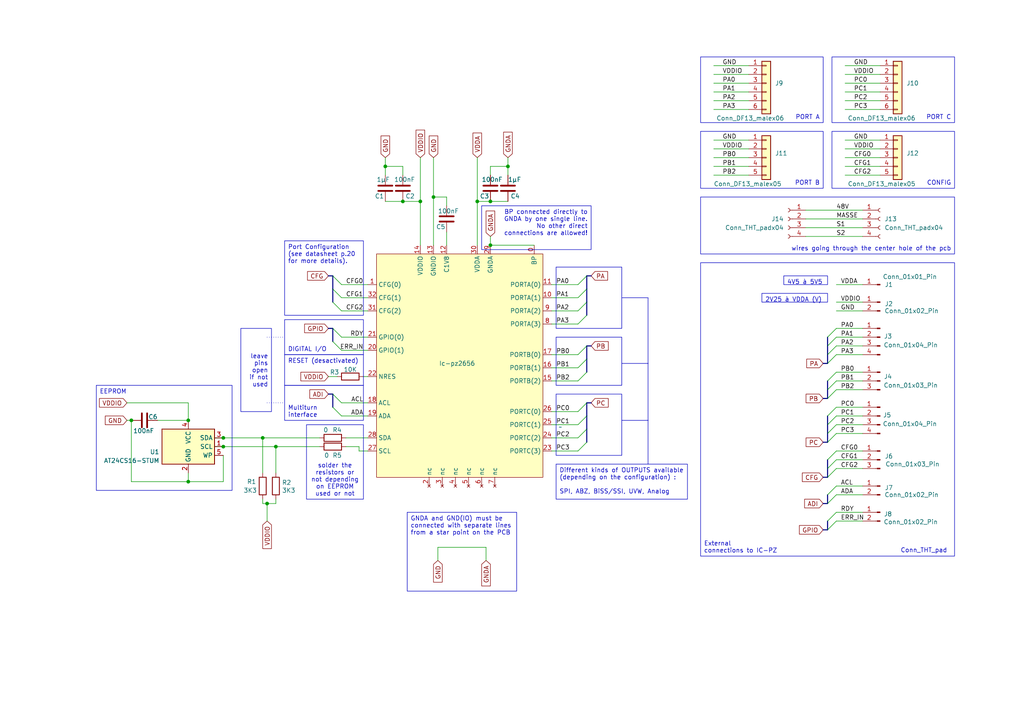
<source format=kicad_sch>
(kicad_sch (version 20231120) (generator "eeschema") (generator_version "8.0")
  (paper "A4")
  (title_block (title "Optical encoder test"))
  (lib_symbols
    (symbol "Connector:Conn_01x01_Pin" (pin_names (offset 1.016) hide)
      (property "Reference" "J" (at 0 2.54 0))
      (property "Value" "Conn_01x01_Pin" (at 0 -2.54 0))
      (symbol "Conn_01x01_Pin_1_1"
        (polyline (pts (xy 1.27 0) (xy 0.8636 0)) (stroke (width 0.1524)))
        (rectangle (start 0.8636 0.127) (end 0 -0.127) (stroke (width 0.1524)) (fill (type outline)))
        (pin passive line (at 5.08 0 180) (length 3.81) (name "Pin_1") (number "1"))
      )
    )
    (symbol "Connector:Conn_01x02_Pin" (pin_names (offset 1.016) hide)
      (property "Reference" "J" (at 0 2.54 0))
      (property "Value" "Conn_01x02_Pin" (at 0 -5.08 0))
      (symbol "Conn_01x02_Pin_1_1"
        (polyline (pts (xy 1.27 -2.54) (xy 0.8636 -2.54)) (stroke (width 0.1524)))
        (polyline (pts (xy 1.27 0) (xy 0.8636 0)) (stroke (width 0.1524)))
        (rectangle (start 0.8636 -2.413) (end 0 -2.667) (stroke (width 0.1524)) (fill (type outline)))
        (rectangle (start 0.8636 0.127) (end 0 -0.127) (stroke (width 0.1524)) (fill (type outline)))
        (pin passive line (at 5.08 0 180) (length 3.81) (name "Pin_1") (number "1"))
        (pin passive line (at 5.08 -2.54 180) (length 3.81) (name "Pin_2") (number "2"))
      )
    )
    (symbol "Connector:Conn_01x03_Pin" (pin_names (offset 1.016) hide)
      (property "Reference" "J" (at 0 5.08 0))
      (property "Value" "Conn_01x03_Pin" (at 0 -5.08 0))
      (symbol "Conn_01x03_Pin_1_1"
        (polyline (pts (xy 1.27 -2.54) (xy 0.8636 -2.54)) (stroke (width 0.1524)))
        (polyline (pts (xy 1.27 0) (xy 0.8636 0)) (stroke (width 0.1524)))
        (polyline (pts (xy 1.27 2.54) (xy 0.8636 2.54)) (stroke (width 0.1524)))
        (rectangle (start 0.8636 -2.413) (end 0 -2.667) (stroke (width 0.1524)) (fill (type outline)))
        (rectangle (start 0.8636 0.127) (end 0 -0.127) (stroke (width 0.1524)) (fill (type outline)))
        (rectangle (start 0.8636 2.667) (end 0 2.413) (stroke (width 0.1524)) (fill (type outline)))
        (pin passive line (at 5.08 2.54 180) (length 3.81) (name "Pin_1") (number "1"))
        (pin passive line (at 5.08 0 180) (length 3.81) (name "Pin_2") (number "2"))
        (pin passive line (at 5.08 -2.54 180) (length 3.81) (name "Pin_3") (number "3"))
      )
    )
    (symbol "Connector:Conn_01x04_Pin" (pin_names (offset 1.016) hide)
      (property "Reference" "J" (at 0 5.08 0))
      (property "Value" "Conn_01x04_Pin" (at 0 -7.62 0))
      (symbol "Conn_01x04_Pin_1_1"
        (polyline (pts (xy 1.27 -5.08) (xy 0.8636 -5.08)) (stroke (width 0.1524)))
        (polyline (pts (xy 1.27 -2.54) (xy 0.8636 -2.54)) (stroke (width 0.1524)))
        (polyline (pts (xy 1.27 0) (xy 0.8636 0)) (stroke (width 0.1524)))
        (polyline (pts (xy 1.27 2.54) (xy 0.8636 2.54)) (stroke (width 0.1524)))
        (rectangle (start 0.8636 -4.953) (end 0 -5.207) (stroke (width 0.1524)) (fill (type outline)))
        (rectangle (start 0.8636 -2.413) (end 0 -2.667) (stroke (width 0.1524)) (fill (type outline)))
        (rectangle (start 0.8636 0.127) (end 0 -0.127) (stroke (width 0.1524)) (fill (type outline)))
        (rectangle (start 0.8636 2.667) (end 0 2.413) (stroke (width 0.1524)) (fill (type outline)))
        (pin passive line (at 5.08 2.54 180) (length 3.81) (name "Pin_1") (number "1"))
        (pin passive line (at 5.08 0 180) (length 3.81) (name "Pin_2") (number "2"))
        (pin passive line (at 5.08 -2.54 180) (length 3.81) (name "Pin_3") (number "3"))
        (pin passive line (at 5.08 -5.08 180) (length 3.81) (name "Pin_4") (number "4"))
      )
    )
    (symbol "Connector:Conn_01x04_Socket" (pin_names (offset 1.016) hide)
      (property "Reference" "J" (at 0 5.08 0))
      (property "Value" "Conn_01x04_Socket" (at 0 -7.62 0))
      (symbol "Conn_01x04_Socket_1_1"
        (arc (start 0 -4.572) (mid -0.5058 -5.08) (end 0 -5.588) (stroke (width 0.1524)))
        (arc (start 0 -2.032) (mid -0.5058 -2.54) (end 0 -3.048) (stroke (width 0.1524)))
        (polyline (pts (xy -1.27 -5.08) (xy -0.508 -5.08)) (stroke (width 0.1524)))
        (polyline (pts (xy -1.27 -2.54) (xy -0.508 -2.54)) (stroke (width 0.1524)))
        (polyline (pts (xy -1.27 0) (xy -0.508 0)) (stroke (width 0.1524)))
        (polyline (pts (xy -1.27 2.54) (xy -0.508 2.54)) (stroke (width 0.1524)))
        (arc (start 0 0.508) (mid -0.5058 0) (end 0 -0.508) (stroke (width 0.1524)))
        (arc (start 0 3.048) (mid -0.5058 2.54) (end 0 2.032) (stroke (width 0.1524)))
        (pin passive line (at -5.08 2.54 0) (length 3.81) (name "Pin_1") (number "1"))
        (pin passive line (at -5.08 0 0) (length 3.81) (name "Pin_2") (number "2"))
        (pin passive line (at -5.08 -2.54 0) (length 3.81) (name "Pin_3") (number "3"))
        (pin passive line (at -5.08 -5.08 0) (length 3.81) (name "Pin_4") (number "4"))
      )
    )
    (symbol "Connector_Generic:Conn_01x05" (pin_names (offset 1.016) hide)
      (property "Reference" "J" (at 0 7.62 0))
      (property "Value" "Conn_01x05" (at 0 -7.62 0))
      (symbol "Conn_01x05_1_1"
        (rectangle (start -1.27 -4.953) (end 0 -5.207) (stroke (width 0.1524)))
        (rectangle (start -1.27 -2.413) (end 0 -2.667) (stroke (width 0.1524)))
        (rectangle (start -1.27 0.127) (end 0 -0.127) (stroke (width 0.1524)))
        (rectangle (start -1.27 2.667) (end 0 2.413) (stroke (width 0.1524)))
        (rectangle (start -1.27 5.207) (end 0 4.953) (stroke (width 0.1524)))
        (rectangle (start -1.27 6.35) (end 1.27 -6.35) (stroke (width 0.254)) (fill (type background)))
        (pin passive line (at -5.08 5.08 0) (length 3.81) (name "Pin_1") (number "1"))
        (pin passive line (at -5.08 2.54 0) (length 3.81) (name "Pin_2") (number "2"))
        (pin passive line (at -5.08 0 0) (length 3.81) (name "Pin_3") (number "3"))
        (pin passive line (at -5.08 -2.54 0) (length 3.81) (name "Pin_4") (number "4"))
        (pin passive line (at -5.08 -5.08 0) (length 3.81) (name "Pin_5") (number "5"))
      )
    )
    (symbol "Connector_Generic:Conn_01x06" (pin_names (offset 1.016) hide)
      (property "Reference" "J" (at 0 7.62 0))
      (property "Value" "Conn_01x06" (at 0 -10.16 0))
      (symbol "Conn_01x06_1_1"
        (rectangle (start -1.27 -7.493) (end 0 -7.747) (stroke (width 0.1524)))
        (rectangle (start -1.27 -4.953) (end 0 -5.207) (stroke (width 0.1524)))
        (rectangle (start -1.27 -2.413) (end 0 -2.667) (stroke (width 0.1524)))
        (rectangle (start -1.27 0.127) (end 0 -0.127) (stroke (width 0.1524)))
        (rectangle (start -1.27 2.667) (end 0 2.413) (stroke (width 0.1524)))
        (rectangle (start -1.27 5.207) (end 0 4.953) (stroke (width 0.1524)))
        (rectangle (start -1.27 6.35) (end 1.27 -8.89) (stroke (width 0.254)) (fill (type background)))
        (pin passive line (at -5.08 5.08 0) (length 3.81) (name "Pin_1") (number "1"))
        (pin passive line (at -5.08 2.54 0) (length 3.81) (name "Pin_2") (number "2"))
        (pin passive line (at -5.08 0 0) (length 3.81) (name "Pin_3") (number "3"))
        (pin passive line (at -5.08 -2.54 0) (length 3.81) (name "Pin_4") (number "4"))
        (pin passive line (at -5.08 -5.08 0) (length 3.81) (name "Pin_5") (number "5"))
        (pin passive line (at -5.08 -7.62 0) (length 3.81) (name "Pin_6") (number "6"))
      )
    )
    (symbol "Device:C" (pin_numbers hide) (pin_names (offset 0.254))
      (property "Reference" "C" (at 0.635 2.54 0))
      (property "Value" "C" (at 0.635 -2.54 0))
      (symbol "C_0_1"
        (polyline (pts (xy -2.032 -0.762) (xy 2.032 -0.762)) (stroke (width 0.508)))
        (polyline (pts (xy -2.032 0.762) (xy 2.032 0.762)) (stroke (width 0.508)))
      )
      (symbol "C_1_1"
        (pin passive line (at 0 3.81 270) (length 2.794) (name "~") (number "1"))
        (pin passive line (at 0 -3.81 90) (length 2.794) (name "~") (number "2"))
      )
    )
    (symbol "Device:R" (pin_numbers hide) (pin_names (offset 0))
      (property "Reference" "R" (at 2.032 0 90))
      (property "Value" "R" (at 0 0 90))
      (symbol "R_0_1"
        (rectangle (start -1.016 -2.54) (end 1.016 2.54) (stroke (width 0.254)))
      )
      (symbol "R_1_1"
        (pin passive line (at 0 3.81 270) (length 1.27) (name "~") (number "1"))
        (pin passive line (at 0 -3.81 90) (length 1.27) (name "~") (number "2"))
      )
    )
    (symbol "Ic - pz2656:Ic_-_pz2656"
      (property "Reference" "Ic-pz2656" (at -0.762 -6.35 0))
      (property "Value" "~" (at 29.21 -24.7965 0))
      (symbol "Ic_-_pz2656_1_1"
        (rectangle (start -24.13 25.4) (end 24.13 -39.37) (fill (type background)))
        (pin unspecified line (at 21.59 27.94 270) (length 2.54) (name "BP") (number "0"))
        (pin input line (at -26.67 16.51 0) (length 2.54) (name "CFG(0)") (number "1"))
        (pin bidirectional line (at 26.67 12.7 180) (length 2.54) (name "PORTA(1)") (number "10"))
        (pin bidirectional line (at 26.67 16.51 180) (length 2.54) (name "PORTA(0)") (number "11"))
        (pin output line (at -3.81 27.94 270) (length 2.54) (name "C1V8") (number "12"))
        (pin input line (at -7.62 27.94 270) (length 2.54) (name "GNDIO") (number "13"))
        (pin power_in line (at -11.43 27.94 270) (length 2.54) (name "VDDIO") (number "14"))
        (pin bidirectional line (at 26.67 -11.43 180) (length 2.54) (name "PORTB(2)") (number "15"))
        (pin bidirectional line (at 26.67 -7.62 180) (length 2.54) (name "PORTB(1)") (number "16"))
        (pin bidirectional line (at 26.67 -3.81 180) (length 2.54) (name "PORTB(0)") (number "17"))
        (pin output line (at -26.67 -17.78 0) (length 2.54) (name "ACL") (number "18"))
        (pin input line (at -26.67 -21.59 0) (length 2.54) (name "ADA") (number "19"))
        (pin no_connect line (at -8.89 -41.91 90) (length 2.54) (name "nc") (number "2"))
        (pin bidirectional line (at -26.67 -2.54 0) (length 2.54) (name "GPIO(1)") (number "20"))
        (pin bidirectional line (at -26.67 1.27 0) (length 2.54) (name "GPIO(0)") (number "21"))
        (pin input line (at -26.67 -10.16 0) (length 2.54) (name "NRES") (number "22"))
        (pin bidirectional line (at 26.67 -31.75 180) (length 2.54) (name "PORTC(3)") (number "23"))
        (pin bidirectional line (at 26.67 -27.94 180) (length 2.54) (name "PORTC(2)") (number "24"))
        (pin bidirectional line (at 26.67 -24.13 180) (length 2.54) (name "PORTC(1)") (number "25"))
        (pin bidirectional line (at 26.67 -20.32 180) (length 2.54) (name "PORTC(0)") (number "26"))
        (pin bidirectional line (at -26.67 -31.75 0) (length 2.54) (name "SCL") (number "27"))
        (pin bidirectional line (at -26.67 -27.94 0) (length 2.54) (name "SDA") (number "28"))
        (pin input line (at 8.89 27.94 270) (length 2.54) (name "GNDA") (number "29"))
        (pin no_connect line (at -5.08 -41.91 90) (length 2.54) (name "nc") (number "3"))
        (pin power_in line (at 5.08 27.94 270) (length 2.54) (name "VDDA") (number "30"))
        (pin input line (at -26.67 8.89 0) (length 2.54) (name "CFG(2)") (number "31"))
        (pin input line (at -26.67 12.7 0) (length 2.54) (name "CFG(1)") (number "32"))
        (pin no_connect line (at -1.27 -41.91 90) (length 2.54) (name "nc") (number "4"))
        (pin no_connect line (at 2.54 -41.91 90) (length 2.54) (name "nc") (number "5"))
        (pin no_connect line (at 6.35 -41.91 90) (length 2.54) (name "nc") (number "6"))
        (pin no_connect line (at 10.16 -41.91 90) (length 2.54) (name "nc") (number "7"))
        (pin bidirectional line (at 26.67 5.08 180) (length 2.54) (name "PORTA(3)") (number "8"))
        (pin bidirectional line (at 26.67 8.89 180) (length 2.54) (name "PORTA(2)") (number "9"))
      )
    )
    (symbol "Memory_EEPROM:AT24CS16-STUM"
      (property "Reference" "U" (at -7.62 6.35 0))
      (property "Value" "AT24CS16-STUM" (at 2.54 -6.35 0))
      (symbol "AT24CS16-STUM_1_1"
        (rectangle (start -7.62 5.08) (end 7.62 -5.08) (stroke (width 0.254)) (fill (type background)))
        (pin input line (at 10.16 0 180) (length 2.54) (name "SCL") (number "1"))
        (pin power_in line (at 0 -7.62 90) (length 2.54) (name "GND") (number "2"))
        (pin bidirectional line (at 10.16 2.54 180) (length 2.54) (name "SDA") (number "3"))
        (pin power_in line (at 0 7.62 270) (length 2.54) (name "VCC") (number "4"))
        (pin input line (at 10.16 -2.54 180) (length 2.54) (name "WP") (number "5"))
      )
    )
  )
  (junction (at 64.77 127))
  (junction (at 80.01 129.54))
  (junction (at 76.2 127))
  (junction (at 38.1 121.92))
  (junction (at 77.47 146.05))
  (junction (at 116.84 58.42))
  (junction (at 138.43 58.42))
  (junction (at 64.77 129.54))
  (junction (at 125.73 57.15))
  (junction (at 54.61 139.7))
  (junction (at 142.24 58.42))
  (junction (at 121.92 58.42))
  (junction (at 54.61 121.92))
  (junction (at 147.32 48.26))
  (junction (at 142.24 71.12))
  (junction (at 111.76 48.26))
  (bus_entry (at 167.64 127) (size 2.54 -2.54))
  (bus_entry (at 167.64 82.55) (size 2.54 -2.54))
  (bus_entry (at 240.03 128.27) (size 2.54 -2.54))
  (bus_entry (at 99.06 101.6) (size -2.54 -2.54))
  (bus_entry (at 167.64 86.36) (size 2.54 -2.54))
  (bus_entry (at 240.03 113.03) (size 2.54 -2.54))
  (bus_entry (at 240.03 153.67) (size 2.54 -2.54))
  (bus_entry (at 99.06 116.84) (size -2.54 -2.54))
  (bus_entry (at 167.64 110.49) (size 2.54 -2.54))
  (bus_entry (at 240.03 105.41) (size 2.54 -2.54))
  (bus_entry (at 167.64 119.38) (size 2.54 -2.54))
  (bus_entry (at 96.52 87.63) (size 2.54 2.54))
  (bus_entry (at 240.03 120.65) (size 2.54 -2.54))
  (bus_entry (at 240.03 100.33) (size 2.54 -2.54))
  (bus_entry (at 240.03 151.13) (size 2.54 -2.54))
  (bus_entry (at 96.52 83.82) (size 2.54 2.54))
  (bus_entry (at 167.64 123.19) (size 2.54 -2.54))
  (bus_entry (at 240.03 135.89) (size 2.54 -2.54))
  (bus_entry (at 240.03 97.79) (size 2.54 -2.54))
  (bus_entry (at 240.03 138.43) (size 2.54 -2.54))
  (bus_entry (at 240.03 133.35) (size 2.54 -2.54))
  (bus_entry (at 99.06 97.79) (size -2.54 -2.54))
  (bus_entry (at 167.64 102.87) (size 2.54 -2.54))
  (bus_entry (at 240.03 123.19) (size 2.54 -2.54))
  (bus_entry (at 96.52 80.01) (size 2.54 2.54))
  (bus_entry (at 240.03 115.57) (size 2.54 -2.54))
  (bus_entry (at 167.64 130.81) (size 2.54 -2.54))
  (bus_entry (at 99.06 120.65) (size -2.54 -2.54))
  (bus_entry (at 240.03 125.73) (size 2.54 -2.54))
  (bus_entry (at 167.64 106.68) (size 2.54 -2.54))
  (bus_entry (at 240.03 102.87) (size 2.54 -2.54))
  (bus_entry (at 240.03 110.49) (size 2.54 -2.54))
  (bus_entry (at 240.03 146.05) (size 2.54 -2.54))
  (bus_entry (at 240.03 143.51) (size 2.54 -2.54))
  (bus_entry (at 167.64 93.98) (size 2.54 -2.54))
  (bus_entry (at 167.64 90.17) (size 2.54 -2.54))
  (wire (pts (xy 233.68 60.96) (xy 250.19 60.96)))
  (wire (pts (xy 138.43 45.72) (xy 138.43 58.42)))
  (polyline (pts (xy 77.47 97.79) (xy 82.55 97.79)) (stroke (width 0) (type dot)))
  (wire (pts (xy 207.01 43.18) (xy 217.17 43.18)))
  (wire (pts (xy 242.57 143.51) (xy 250.19 143.51)))
  (bus (pts (xy 238.76 146.05) (xy 240.03 146.05)))
  (bus (pts (xy 96.52 80.01) (xy 95.25 80.01)))
  (wire (pts (xy 207.01 26.67) (xy 217.17 26.67)))
  (wire (pts (xy 38.1 121.92) (xy 38.1 139.7)))
  (wire (pts (xy 233.68 68.58) (xy 250.19 68.58)))
  (wire (pts (xy 138.43 58.42) (xy 142.24 58.42)))
  (wire (pts (xy 54.61 139.7) (xy 54.61 137.16)))
  (wire (pts (xy 125.73 57.15) (xy 129.54 57.15)))
  (wire (pts (xy 160.02 106.68) (xy 167.64 106.68)))
  (wire (pts (xy 242.57 140.97) (xy 250.19 140.97)))
  (wire (pts (xy 104.14 129.54) (xy 104.14 130.81)))
  (wire (pts (xy 207.01 21.59) (xy 217.17 21.59)))
  (bus (pts (xy 96.52 114.3) (xy 96.52 118.11)))
  (wire (pts (xy 245.11 48.26) (xy 255.27 48.26)))
  (bus (pts (xy 238.76 105.41) (xy 240.03 105.41)))
  (polyline (pts (xy 187.96 121.92) (xy 187.96 105.41)))
  (wire (pts (xy 242.57 118.11) (xy 250.19 118.11)))
  (wire (pts (xy 38.1 139.7) (xy 54.61 139.7)))
  (bus (pts (xy 96.52 83.82) (xy 96.52 80.01)))
  (bus (pts (xy 240.03 143.51) (xy 240.03 146.05)))
  (wire (pts (xy 105.41 109.22) (xy 106.68 109.22)))
  (wire (pts (xy 242.57 125.73) (xy 250.19 125.73)))
  (wire (pts (xy 245.11 26.67) (xy 255.27 26.67)))
  (bus (pts (xy 171.45 80.01) (xy 170.18 80.01)))
  (wire (pts (xy 77.47 146.05) (xy 80.01 146.05)))
  (wire (pts (xy 245.11 24.13) (xy 255.27 24.13)))
  (bus (pts (xy 95.25 95.25) (xy 96.52 95.25)))
  (wire (pts (xy 127 162.56) (xy 127 158.75)))
  (wire (pts (xy 140.97 158.75) (xy 140.97 162.56)))
  (wire (pts (xy 160.02 102.87) (xy 167.64 102.87)))
  (wire (pts (xy 125.73 45.72) (xy 125.73 57.15)))
  (wire (pts (xy 245.11 29.21) (xy 255.27 29.21)))
  (wire (pts (xy 62.23 127) (xy 64.77 127)))
  (bus (pts (xy 170.18 87.63) (xy 170.18 83.82)))
  (wire (pts (xy 242.57 148.59) (xy 250.19 148.59)))
  (bus (pts (xy 240.03 123.19) (xy 240.03 125.73)))
  (bus (pts (xy 170.18 83.82) (xy 170.18 80.01)))
  (wire (pts (xy 245.11 31.75) (xy 255.27 31.75)))
  (bus (pts (xy 240.03 135.89) (xy 240.03 138.43)))
  (wire (pts (xy 207.01 48.26) (xy 217.17 48.26)))
  (wire (pts (xy 242.57 120.65) (xy 250.19 120.65)))
  (wire (pts (xy 233.68 63.5) (xy 250.19 63.5)))
  (wire (pts (xy 111.76 45.72) (xy 111.76 48.26)))
  (wire (pts (xy 142.24 68.58) (xy 142.24 71.12)))
  (wire (pts (xy 129.54 67.31) (xy 129.54 71.12)))
  (wire (pts (xy 142.24 71.12) (xy 154.94 71.12)))
  (bus (pts (xy 240.03 110.49) (xy 240.03 113.03)))
  (bus (pts (xy 238.76 153.67) (xy 240.03 153.67)))
  (wire (pts (xy 76.2 127) (xy 76.2 137.16)))
  (wire (pts (xy 80.01 129.54) (xy 92.71 129.54)))
  (bus (pts (xy 171.45 100.33) (xy 170.18 100.33)))
  (bus (pts (xy 240.03 133.35) (xy 240.03 135.89)))
  (wire (pts (xy 160.02 123.19) (xy 167.64 123.19)))
  (wire (pts (xy 242.57 102.87) (xy 250.19 102.87)))
  (polyline (pts (xy 187.96 105.41) (xy 187.96 86.36)))
  (bus (pts (xy 240.03 120.65) (xy 240.03 123.19)))
  (wire (pts (xy 207.01 19.05) (xy 217.17 19.05)))
  (wire (pts (xy 36.83 116.84) (xy 54.61 116.84)))
  (wire (pts (xy 160.02 119.38) (xy 167.64 119.38)))
  (wire (pts (xy 242.57 135.89) (xy 250.19 135.89)))
  (wire (pts (xy 160.02 130.81) (xy 167.64 130.81)))
  (wire (pts (xy 116.84 48.26) (xy 116.84 50.8)))
  (bus (pts (xy 240.03 113.03) (xy 240.03 115.57)))
  (wire (pts (xy 242.57 95.25) (xy 250.19 95.25)))
  (wire (pts (xy 127 158.75) (xy 140.97 158.75)))
  (polyline (pts (xy 180.34 86.36) (xy 187.96 86.36)))
  (wire (pts (xy 160.02 127) (xy 167.64 127)))
  (wire (pts (xy 106.68 97.79) (xy 99.06 97.79)))
  (wire (pts (xy 242.57 82.55) (xy 250.19 82.55)))
  (wire (pts (xy 111.76 58.42) (xy 116.84 58.42)))
  (bus (pts (xy 238.76 128.27) (xy 240.03 128.27)))
  (wire (pts (xy 76.2 127) (xy 92.71 127)))
  (wire (pts (xy 80.01 146.05) (xy 80.01 144.78)))
  (wire (pts (xy 245.11 45.72) (xy 255.27 45.72)))
  (bus (pts (xy 170.18 107.95) (xy 170.18 104.14)))
  (wire (pts (xy 142.24 58.42) (xy 147.32 58.42)))
  (wire (pts (xy 245.11 21.59) (xy 255.27 21.59)))
  (wire (pts (xy 245.11 40.64) (xy 255.27 40.64)))
  (wire (pts (xy 233.68 66.04) (xy 250.19 66.04)))
  (wire (pts (xy 160.02 86.36) (xy 167.64 86.36)))
  (wire (pts (xy 207.01 24.13) (xy 217.17 24.13)))
  (wire (pts (xy 242.57 133.35) (xy 250.19 133.35)))
  (wire (pts (xy 242.57 123.19) (xy 250.19 123.19)))
  (wire (pts (xy 111.76 48.26) (xy 111.76 50.8)))
  (bus (pts (xy 171.45 116.84) (xy 170.18 116.84)))
  (wire (pts (xy 142.24 48.26) (xy 142.24 50.8)))
  (wire (pts (xy 99.06 90.17) (xy 106.68 90.17)))
  (wire (pts (xy 242.57 110.49) (xy 250.19 110.49)))
  (bus (pts (xy 96.52 87.63) (xy 96.52 83.82)))
  (wire (pts (xy 147.32 45.72) (xy 147.32 48.26)))
  (wire (pts (xy 242.57 151.13) (xy 250.19 151.13)))
  (wire (pts (xy 207.01 29.21) (xy 217.17 29.21)))
  (wire (pts (xy 160.02 93.98) (xy 167.64 93.98)))
  (wire (pts (xy 245.11 50.8) (xy 255.27 50.8)))
  (bus (pts (xy 170.18 91.44) (xy 170.18 87.63)))
  (bus (pts (xy 240.03 151.13) (xy 240.03 153.67)))
  (wire (pts (xy 111.76 48.26) (xy 116.84 48.26)))
  (bus (pts (xy 95.25 114.3) (xy 96.52 114.3)))
  (wire (pts (xy 160.02 90.17) (xy 167.64 90.17)))
  (wire (pts (xy 76.2 146.05) (xy 77.47 146.05)))
  (wire (pts (xy 138.43 58.42) (xy 138.43 71.12)))
  (wire (pts (xy 160.02 110.49) (xy 167.64 110.49)))
  (wire (pts (xy 64.77 127) (xy 76.2 127)))
  (wire (pts (xy 147.32 48.26) (xy 147.32 50.8)))
  (wire (pts (xy 160.02 82.55) (xy 167.64 82.55)))
  (wire (pts (xy 125.73 57.15) (xy 125.73 71.12)))
  (wire (pts (xy 242.57 130.81) (xy 250.19 130.81)))
  (wire (pts (xy 242.57 107.95) (xy 250.19 107.95)))
  (bus (pts (xy 240.03 125.73) (xy 240.03 128.27)))
  (wire (pts (xy 242.57 90.17) (xy 250.19 90.17)))
  (wire (pts (xy 45.72 121.92) (xy 54.61 121.92)))
  (bus (pts (xy 240.03 100.33) (xy 240.03 102.87)))
  (bus (pts (xy 170.18 124.46) (xy 170.18 120.65)))
  (wire (pts (xy 104.14 130.81) (xy 106.68 130.81)))
  (wire (pts (xy 54.61 116.84) (xy 54.61 121.92)))
  (wire (pts (xy 80.01 129.54) (xy 80.01 137.16)))
  (bus (pts (xy 170.18 100.33) (xy 170.18 104.14)))
  (wire (pts (xy 36.83 121.92) (xy 38.1 121.92)))
  (wire (pts (xy 99.06 82.55) (xy 106.68 82.55)))
  (bus (pts (xy 170.18 128.27) (xy 170.18 124.46)))
  (wire (pts (xy 121.92 45.72) (xy 121.92 58.42)))
  (bus (pts (xy 170.18 116.84) (xy 170.18 120.65)))
  (wire (pts (xy 76.2 144.78) (xy 76.2 146.05)))
  (wire (pts (xy 64.77 129.54) (xy 80.01 129.54)))
  (wire (pts (xy 142.24 48.26) (xy 147.32 48.26)))
  (bus (pts (xy 240.03 97.79) (xy 240.03 100.33)))
  (wire (pts (xy 207.01 50.8) (xy 217.17 50.8)))
  (bus (pts (xy 96.52 95.25) (xy 96.52 99.06)))
  (polyline (pts (xy 187.96 121.92) (xy 187.96 134.62)))
  (wire (pts (xy 207.01 40.64) (xy 217.17 40.64)))
  (bus (pts (xy 238.76 115.57) (xy 240.03 115.57)))
  (wire (pts (xy 116.84 58.42) (xy 121.92 58.42)))
  (bus (pts (xy 238.76 138.43) (xy 240.03 138.43)))
  (wire (pts (xy 106.68 101.6) (xy 99.06 101.6)))
  (wire (pts (xy 245.11 19.05) (xy 255.27 19.05)))
  (polyline (pts (xy 180.34 105.41) (xy 187.96 105.41)))
  (wire (pts (xy 95.25 109.22) (xy 97.79 109.22)))
  (wire (pts (xy 106.68 116.84) (xy 99.06 116.84)))
  (wire (pts (xy 242.57 100.33) (xy 250.19 100.33)))
  (wire (pts (xy 62.23 129.54) (xy 64.77 129.54)))
  (bus (pts (xy 240.03 102.87) (xy 240.03 105.41)))
  (wire (pts (xy 207.01 31.75) (xy 217.17 31.75)))
  (wire (pts (xy 77.47 146.05) (xy 77.47 151.13)))
  (wire (pts (xy 64.77 132.08) (xy 64.77 139.7)))
  (wire (pts (xy 242.57 97.79) (xy 250.19 97.79)))
  (wire (pts (xy 129.54 57.15) (xy 129.54 59.69)))
  (wire (pts (xy 100.33 129.54) (xy 104.14 129.54)))
  (polyline (pts (xy 180.34 121.92) (xy 187.96 121.92)))
  (wire (pts (xy 106.68 120.65) (xy 99.06 120.65)))
  (wire (pts (xy 54.61 139.7) (xy 64.77 139.7)))
  (polyline (pts (xy 77.47 116.84) (xy 82.55 116.84)) (stroke (width 0) (type dot)))
  (wire (pts (xy 121.92 58.42) (xy 121.92 71.12)))
  (wire (pts (xy 242.57 113.03) (xy 250.19 113.03)))
  (wire (pts (xy 207.01 45.72) (xy 217.17 45.72)))
  (wire (pts (xy 100.33 127) (xy 106.68 127)))
  (wire (pts (xy 245.11 43.18) (xy 255.27 43.18)))
  (wire (pts (xy 242.57 87.63) (xy 250.19 87.63)))
  (wire (pts (xy 99.06 86.36) (xy 106.68 86.36)))
  (text_box "DIGITAL I/O" (at 82.55 92.71 0) (size 22.86 10.16) (effects (font (size 1.27 1.27)) (justify left bottom)))
  (text_box "2V25 à VDDA (V)" (at 220.98 85.09 0) (size 19.05 2.54) (effects (font (size 1.27 1.27)) (justify left top)))
  (text_box "" (at 161.29 77.47 0) (size 19.05 17.78) (effects (font (size 1.27 1.27)) (justify right bottom)))
  (text_box "PORT C" (at 241.3 16.51 0) (size 35.56 19.05) (effects (font (size 1.27 1.27)) (justify right bottom)))
  (text_box "" (at 161.29 114.3 0) (size 19.05 17.78) (effects (font (size 1.27 1.27)) (justify right bottom)))
  (text_box "RESET (desactivated)" (at 82.55 102.87 0) (size 22.86 8.89) (effects (font (size 1.27 1.27)) (justify left top)))
  (text_box "External \nconnections to IC-PZ" (at 203.2 76.2 0) (size 73.66 85.09) (effects (font (size 1.27 1.27)) (justify left bottom)))
  (text_box "Port Configuration \n(see datasheet p.20 \nfor more details)." (at 82.55 69.85 0) (size 22.86 21.59) (effects (font (size 1.27 1.27)) (justify left top)))
  (text_box "" (at 161.29 97.79 0) (size 19.05 13.97) (effects (font (size 1.27 1.27)) (justify right bottom)))
  (text_box "4V5 à 5V5" (at 227.33 80.01 0) (size 12.7 2.54) (effects (font (size 1.27 1.27)) (justify left top)))
  (text_box "Different kinds of OUTPUTS available (depending on the configuration) :\n\nSPI, ABZ, BiSS/SSI, UVW, Analog" (at 161.29 134.62 0) (size 38.1 10.16) (effects (font (size 1.27 1.27)) (justify left top)))
  (text_box "PORT A" (at 203.2 16.51 0) (size 35.56 19.05) (effects (font (size 1.27 1.27)) (justify right bottom)))
  (text_box "wires going through the center hole of the pcb" (at 203.2 57.15 0) (size 73.66 16.51) (effects (font (size 1.27 1.27)) (justify right bottom)))
  (text_box "leave pins open if not used" (at 69.85 95.25 0) (size 8.89 24.13) (effects (font (size 1.27 1.27)) (justify right)))
  (text_box "GNDA and GND(IO) must be connected with separate lines from a star point on the PCB" (at 118.11 148.59 0) (size 31.75 22.86) (effects (font (size 1.27 1.27)) (justify left top)))
  (text_box "solder the resistors or not depending on EEPROM used or not" (at 88.9 123.19 0) (size 16.51 21.59) (effects (font (size 1.27 1.27)) (justify bottom)))
  (text_box "BP connected directly to\nGNDA by one single line.\nNo other direct \nconnections are allowed!" (at 139.7 59.69 0) (size 31.75 12.7) (effects (font (size 1.27 1.27)) (justify right top)))
  (text_box "Multiturn \ninterface" (at 82.55 111.76 0) (size 22.86 10.16) (effects (font (size 1.27 1.27)) (justify left bottom)))
  (text_box "CONFIG" (at 241.3 38.1 0) (size 35.56 16.51) (effects (font (size 1.27 1.27)) (justify right bottom)))
  (text_box "EEPROM" (at 27.94 111.76 0) (size 39.37 30.48) (effects (font (size 1.27 1.27)) (justify left top)))
  (text_box "PORT B" (at 203.2 38.1 0) (size 35.56 16.51) (effects (font (size 1.27 1.27)) (justify right bottom)))
  (text "Conn_THT_pad" (at 267.97 159.766 0) (effects (font (size 1.27 1.27))))
  (label "PA0" (at 243.84 95.25 0))
  (label "PA0" (at 161.29 82.55 0))
  (label "ERR_IN" (at 105.41 101.6 180))
  (label "PA0" (at 209.55 24.13 0))
  (label "PC3" (at 243.84 125.73 0))
  (label "PB0" (at 209.55 45.72 0))
  (label "PC2" (at 247.65 29.21 0))
  (label "S2" (at 242.57 68.58 0))
  (label "CFG0" (at 247.65 45.72 0))
  (label "PC1" (at 243.84 120.65 0))
  (label "PC2" (at 243.84 123.19 0))
  (label "GND" (at 243.84 90.17 0))
  (label "RDY" (at 105.41 97.79 180))
  (label "CFG1" (at 100.33 86.36 0))
  (label "PA2" (at 209.55 29.21 0))
  (label "PC1" (at 161.29 123.19 0))
  (label "PC1" (at 247.65 26.67 0))
  (label "PB2" (at 243.84 113.03 0))
  (label "PA2" (at 243.84 100.33 0))
  (label "VDDIO" (at 209.55 21.59 0))
  (label "PA1" (at 243.84 97.79 0))
  (label "RDY" (at 243.84 148.59 0))
  (label "VDDA" (at 243.84 82.55 0))
  (label "PB1" (at 209.55 48.26 0))
  (label "PB0" (at 243.84 107.95 0))
  (label "PA3" (at 161.29 93.98 0))
  (label "CFG2" (at 247.65 50.8 0))
  (label "GND" (at 209.55 40.64 0))
  (label "GND" (at 247.65 19.05 0))
  (label "ACL" (at 105.41 116.84 180))
  (label "PC0" (at 161.29 119.38 0))
  (label "ACL" (at 243.84 140.97 0))
  (label "CFG1" (at 247.65 48.26 0))
  (label "CFG0" (at 100.33 82.55 0))
  (label "VDDIO" (at 247.65 21.59 0))
  (label "PA1" (at 209.55 26.67 0))
  (label "ADA" (at 105.41 120.65 180))
  (label "PB1" (at 243.84 110.49 0))
  (label "VDDIO" (at 247.65 43.18 0))
  (label "PA2" (at 161.29 90.17 0))
  (label "ERR_IN" (at 243.84 151.13 0))
  (label "PC3" (at 247.65 31.75 0))
  (label "PA3" (at 209.55 31.75 0))
  (label "CFG1" (at 243.84 133.35 0))
  (label "PB2" (at 161.29 110.49 0))
  (label "GND" (at 209.55 19.05 0))
  (label "MASSE" (at 242.57 63.5 0))
  (label "PB2" (at 209.55 50.8 0))
  (label "VDDIO" (at 209.55 43.18 0))
  (label "PC0" (at 243.84 118.11 0))
  (label "CFG2" (at 243.84 135.89 0))
  (label "PA1" (at 161.29 86.36 0))
  (label "CFG0" (at 243.84 130.81 0))
  (label "S1" (at 242.57 66.04 0))
  (label "PC2" (at 161.29 127 0))
  (label "VDDIO" (at 243.84 87.63 0))
  (label "PB0" (at 161.29 102.87 0))
  (label "PA3" (at 243.84 102.87 0))
  (label "PB1" (at 161.29 106.68 0))
  (label "GND" (at 247.65 40.64 0))
  (label "48V" (at 242.57 60.96 0))
  (label "PC3" (at 161.29 130.81 0))
  (label "PC0" (at 247.65 24.13 0))
  (label "ADA" (at 243.84 143.51 0))
  (label "CFG2" (at 100.33 90.17 0))
  (global_label "GND" (shape input) (at 36.83 121.92 180) (property "Intersheetrefs" "${INTERSHEET_REFS}" (effects (hide yes))))
  (global_label "VDDIO" (shape input) (at 95.25 109.22 180) (property "Intersheetrefs" "${INTERSHEET_REFS}" (effects (hide yes))))
  (global_label "ADI" (shape input) (at 238.76 146.05 180) (property "Intersheetrefs" "${INTERSHEET_REFS}" (effects (hide yes))))
  (global_label "GND" (shape input) (at 111.76 45.72 90) (property "Intersheetrefs" "${INTERSHEET_REFS}" (effects (hide yes))))
  (global_label "PA" (shape input) (at 238.76 105.41 180) (property "Intersheetrefs" "${INTERSHEET_REFS}" (effects (hide yes))))
  (global_label "PB" (shape input) (at 171.45 100.33 0) (property "Intersheetrefs" "${INTERSHEET_REFS}" (effects (hide yes))))
  (global_label "VDDIO" (shape input) (at 77.47 151.13 270) (property "Intersheetrefs" "${INTERSHEET_REFS}" (effects (hide yes))))
  (global_label "VDDA" (shape input) (at 138.43 45.72 90) (property "Intersheetrefs" "${INTERSHEET_REFS}" (effects (hide yes))))
  (global_label "VDDIO" (shape input) (at 36.83 116.84 180) (property "Intersheetrefs" "${INTERSHEET_REFS}" (effects (hide yes))))
  (global_label "GNDA" (shape input) (at 147.32 45.72 90) (property "Intersheetrefs" "${INTERSHEET_REFS}" (effects (hide yes))))
  (global_label "VDDIO" (shape input) (at 121.92 45.72 90) (property "Intersheetrefs" "${INTERSHEET_REFS}" (effects (hide yes))))
  (global_label "GND" (shape input) (at 125.73 45.72 90) (property "Intersheetrefs" "${INTERSHEET_REFS}" (effects (hide yes))))
  (global_label "PB" (shape input) (at 238.76 115.57 180) (property "Intersheetrefs" "${INTERSHEET_REFS}" (effects (hide yes))))
  (global_label "CFG" (shape input) (at 95.25 80.01 180) (property "Intersheetrefs" "${INTERSHEET_REFS}" (effects (hide yes))))
  (global_label "ADI" (shape input) (at 95.25 114.3 180) (property "Intersheetrefs" "${INTERSHEET_REFS}" (effects (hide yes))))
  (global_label "PC" (shape input) (at 238.76 128.27 180) (property "Intersheetrefs" "${INTERSHEET_REFS}" (effects (hide yes))))
  (global_label "CFG" (shape input) (at 238.76 138.43 180) (property "Intersheetrefs" "${INTERSHEET_REFS}" (effects (hide yes))))
  (global_label "GPIO" (shape input) (at 238.76 153.67 180) (property "Intersheetrefs" "${INTERSHEET_REFS}" (effects (hide yes))))
  (global_label "GND" (shape input) (at 127 162.56 270) (property "Intersheetrefs" "${INTERSHEET_REFS}" (effects (hide yes))))
  (global_label "GNDA" (shape input) (at 142.24 68.58 90) (property "Intersheetrefs" "${INTERSHEET_REFS}" (effects (hide yes))))
  (global_label "GNDA" (shape input) (at 140.97 162.56 270) (property "Intersheetrefs" "${INTERSHEET_REFS}" (effects (hide yes))))
  (global_label "PA" (shape input) (at 171.45 80.01 0) (property "Intersheetrefs" "${INTERSHEET_REFS}" (effects (hide yes))))
  (global_label "PC" (shape input) (at 171.45 116.84 0) (property "Intersheetrefs" "${INTERSHEET_REFS}" (effects (hide yes))))
  (global_label "GPIO" (shape input) (at 95.25 95.25 180) (property "Intersheetrefs" "${INTERSHEET_REFS}" (effects (hide yes))))
  (symbol (lib_id "Connector:Conn_01x04_Socket") (at 255.27 63.5 0) (unit 1)
    (property "Reference" "J13" (at 256.54 63.4999 0) (effects (justify left)))
    (property "Value" "Conn_THT_padx04" (at 256.54 66.0399 0) (effects (justify left)))
    (property "Footprint" "Connector_PinHeader_2.54mm:PinHeader_1x04_P2.54mm_Vertical" (effects (hide yes)))
    (property "Description" "Generic connector, single row, 01x04, script generated" (effects (hide yes)))
  )
  (symbol (lib_id "Connector_Generic:Conn_01x05") (at 222.25 45.72 0) (unit 1)
    (property "Reference" "J11" (at 224.79 44.4499 0) (effects (justify left)))
    (property "Value" "Conn_DF13_malex05" (at 207.01 53.34 0) (effects (justify left)))
    (property "Footprint" "Connector_Hirose:Hirose_DF13-05P-1.25DS_1x05_P1.25mm_Horizontal" (effects (hide yes)))
    (property "Description" "Generic connector, single row, 01x05, script generated (kicad-library-utils/schlib/autogen/connector/)" (effects (hide yes)))
  )
  (symbol (lib_id "Memory_EEPROM:AT24CS16-STUM") (at 54.61 129.54 0) (unit 1)
    (property "Reference" "U1" (at 46.228 131.064 0) (effects (justify right)))
    (property "Value" "AT24CS16-STUM" (at 46.228 133.604 0) (effects (justify right)))
    (property "Footprint" "Package_TO_SOT_SMD:SOT-23-5" (effects (hide yes)))
    (property "Datasheet" "http://ww1.microchip.com/downloads/en/DeviceDoc/Atmel-8859-SEEPROM-AT24CS16-Datasheet.pdf" (effects (hide yes)))
    (property "Description" "I2C Serial EEPROM, 16Kb (2048x8) with Unique Serial Number, SOT-23-5" (effects (hide yes)))
  )
  (symbol (lib_id "Device:R") (at 80.01 140.97 0) (unit 1)
    (property "Reference" "R2" (at 81.788 139.954 0) (effects (justify left)))
    (property "Value" "3K3" (at 81.788 142.24 0) (effects (justify left)))
    (property "Footprint" "Resistor_SMD:R_0805_2012Metric_Pad1.20x1.40mm_HandSolder" (effects (hide yes)))
    (property "Description" "Resistor" (effects (hide yes)))
  )
  (symbol (lib_id "Device:R") (at 76.2 140.97 0) (unit 1)
    (property "Reference" "R1" (at 71.628 139.7 0) (effects (justify left)))
    (property "Value" "3K3" (at 70.612 142.24 0) (effects (justify left)))
    (property "Footprint" "Resistor_SMD:R_0805_2012Metric_Pad1.20x1.40mm_HandSolder" (effects (hide yes)))
    (property "Description" "Resistor" (effects (hide yes)))
  )
  (symbol (lib_id "Connector:Conn_01x02_Pin") (at 255.27 87.63 0) (mirror y) (unit 1)
    (property "Reference" "J2" (at 257.81 88.138 0))
    (property "Value" "Conn_01x02_Pin" (at 264.414 90.17 0))
    (property "Footprint" "Connector_PinHeader_2.54mm:PinHeader_1x02_P2.54mm_Vertical" (effects (hide yes)))
    (property "Description" "Generic connector, single row, 01x02, script generated" (effects (hide yes)))
  )
  (symbol (lib_id "Connector:Conn_01x04_Socket") (at 228.6 63.5 0) (mirror y) (unit 1)
    (property "Reference" "J14" (at 227.33 63.4999 0) (effects (justify left)))
    (property "Value" "Conn_THT_padx04" (at 227.33 66.0399 0) (effects (justify left)))
    (property "Footprint" "Connector_PinHeader_2.54mm:PinHeader_1x04_P2.54mm_Vertical" (effects (hide yes)))
    (property "Description" "Generic connector, single row, 01x04, script generated" (effects (hide yes)))
  )
  (symbol (lib_id "Connector:Conn_01x04_Pin") (at 255.27 120.65 0) (mirror y) (unit 1)
    (property "Reference" "J5" (at 257.302 120.396 0))
    (property "Value" "Conn_01x04_Pin" (at 263.906 122.936 0))
    (property "Footprint" "Connector_PinHeader_2.54mm:PinHeader_1x04_P2.54mm_Vertical" (effects (hide yes)))
    (property "Description" "Generic connector, single row, 01x04, script generated" (effects (hide yes)))
  )
  (symbol (lib_id "Connector:Conn_01x02_Pin") (at 255.27 148.59 0) (mirror y) (unit 1)
    (property "Reference" "J8" (at 257.556 149.098 0))
    (property "Value" "Conn_01x02_Pin" (at 264.16 151.384 0))
    (property "Footprint" "Connector_PinHeader_2.54mm:PinHeader_1x02_P2.54mm_Vertical" (effects (hide yes)))
    (property "Description" "Generic connector, single row, 01x02, script generated" (effects (hide yes)))
  )
  (symbol (lib_id "Device:C") (at 129.54 63.5 0) (unit 1)
    (property "Reference" "C5" (at 126.492 65.786 0) (effects (justify left)))
    (property "Value" "100nF" (at 127 61.214 0) (effects (justify left)))
    (property "Footprint" "Capacitor_SMD:C_0805_2012Metric_Pad1.18x1.45mm_HandSolder" (effects (hide yes)))
    (property "Description" "Unpolarized capacitor" (effects (hide yes)))
  )
  (symbol (lib_id "Device:C") (at 116.84 54.61 0) (unit 1)
    (property "Reference" "C2" (at 117.602 56.896 0) (effects (justify left)))
    (property "Value" "100nF" (at 114.3 52.07 0) (effects (justify left)))
    (property "Footprint" "Capacitor_SMD:C_0805_2012Metric_Pad1.18x1.45mm_HandSolder" (effects (hide yes)))
    (property "Description" "Unpolarized capacitor" (effects (hide yes)))
  )
  (symbol (lib_id "Ic - pz2656:Ic_-_pz2656") (at 133.35 99.06 0) (unit 1)
    (property "Reference" "Ic-pz2656" (at 132.588 105.41 0))
    (property "Value" "~" (at 162.56 123.8565 0))
    (property "Footprint" "Ic - pz2656:Ic-pz2656-5x5" (effects (hide yes)))
  )
  (symbol (lib_id "Connector:Conn_01x04_Pin") (at 255.27 97.79 0) (mirror y) (unit 1)
    (property "Reference" "J3" (at 257.556 97.536 0))
    (property "Value" "Conn_01x04_Pin" (at 264.16 100.076 0))
    (property "Footprint" "Connector_PinHeader_2.54mm:PinHeader_1x04_P2.54mm_Vertical" (effects (hide yes)))
    (property "Description" "Generic connector, single row, 01x04, script generated" (effects (hide yes)))
  )
  (symbol (lib_id "Device:R") (at 96.52 127 90) (unit 1)
    (property "Reference" "R4" (at 97.79 124.714 90))
    (property "Value" "0" (at 94.488 124.714 90))
    (property "Footprint" "Resistor_SMD:R_0805_2012Metric_Pad1.20x1.40mm_HandSolder" (effects (hide yes)))
    (property "Description" "Resistor" (effects (hide yes)))
  )
  (symbol (lib_id "Connector:Conn_01x01_Pin") (at 255.27 82.55 0) (mirror y) (unit 1)
    (property "Reference" "J1" (at 257.81 82.55 0))
    (property "Value" "Conn_01x01_Pin" (at 263.906 80.264 0))
    (property "Footprint" "Connector_PinHeader_2.54mm:PinHeader_1x01_P2.54mm_Vertical" (effects (hide yes)))
    (property "Description" "Generic connector, single row, 01x01, script generated" (effects (hide yes)))
  )
  (symbol (lib_id "Device:C") (at 147.32 54.61 0) (unit 1)
    (property "Reference" "C4" (at 148.082 56.896 0) (effects (justify left)))
    (property "Value" "1μF" (at 147.32 52.07 0) (effects (justify left)))
    (property "Footprint" "Capacitor_SMD:C_0805_2012Metric_Pad1.18x1.45mm_HandSolder" (effects (hide yes)))
    (property "Description" "Unpolarized capacitor" (effects (hide yes)))
  )
  (symbol (lib_id "Connector:Conn_01x03_Pin") (at 255.27 133.35 0) (mirror y) (unit 1)
    (property "Reference" "J6" (at 257.81 132.334 0))
    (property "Value" "Conn_01x03_Pin" (at 264.668 134.62 0))
    (property "Footprint" "Connector_PinHeader_2.54mm:PinHeader_1x03_P2.54mm_Vertical" (effects (hide yes)))
    (property "Description" "Generic connector, single row, 01x03, script generated" (effects (hide yes)))
  )
  (symbol (lib_id "Device:C") (at 111.76 54.61 0) (unit 1)
    (property "Reference" "C1" (at 108.712 56.896 0) (effects (justify left)))
    (property "Value" "1μF" (at 109.22 52.07 0) (effects (justify left)))
    (property "Footprint" "Capacitor_SMD:C_0805_2012Metric_Pad1.18x1.45mm_HandSolder" (effects (hide yes)))
    (property "Description" "Unpolarized capacitor" (effects (hide yes)))
  )
  (symbol (lib_id "Connector_Generic:Conn_01x06") (at 222.25 24.13 0) (unit 1)
    (property "Reference" "J9" (at 224.79 24.1299 0) (effects (justify left)))
    (property "Value" "Conn_DF13_malex06" (at 207.772 34.29 0) (effects (justify left)))
    (property "Footprint" "Connector_Hirose:Hirose_DF13-06P-1.25DS_1x06_P1.25mm_Horizontal" (effects (hide yes)))
    (property "Description" "Generic connector, single row, 01x06, script generated (kicad-library-utils/schlib/autogen/connector/)" (effects (hide yes)))
  )
  (symbol (lib_id "Connector_Generic:Conn_01x06") (at 260.35 24.13 0) (unit 1)
    (property "Reference" "J10" (at 262.89 24.1299 0) (effects (justify left)))
    (property "Value" "Conn_DF13_malex06" (at 245.872 34.29 0) (effects (justify left)))
    (property "Footprint" "Connector_Hirose:Hirose_DF13-06P-1.25DS_1x06_P1.25mm_Horizontal" (effects (hide yes)))
    (property "Description" "Generic connector, single row, 01x06, script generated (kicad-library-utils/schlib/autogen/connector/)" (effects (hide yes)))
  )
  (symbol (lib_id "Device:R") (at 101.6 109.22 90) (unit 1)
    (property "Reference" "R3" (at 97.028 107.95 90))
    (property "Value" "10K" (at 101.6 107.188 90))
    (property "Footprint" "Resistor_SMD:R_0805_2012Metric_Pad1.20x1.40mm_HandSolder" (effects (hide yes)))
    (property "Description" "Resistor" (effects (hide yes)))
  )
  (symbol (lib_id "Device:C") (at 142.24 54.61 0) (unit 1)
    (property "Reference" "C3" (at 139.192 56.896 0) (effects (justify left)))
    (property "Value" "100nF" (at 139.7 52.07 0) (effects (justify left)))
    (property "Footprint" "Capacitor_SMD:C_0805_2012Metric_Pad1.18x1.45mm_HandSolder" (effects (hide yes)))
    (property "Description" "Unpolarized capacitor" (effects (hide yes)))
  )
  (symbol (lib_id "Connector:Conn_01x03_Pin") (at 255.27 110.49 0) (mirror y) (unit 1)
    (property "Reference" "J4" (at 257.556 109.22 0))
    (property "Value" "Conn_01x03_Pin" (at 264.16 111.76 0))
    (property "Footprint" "Connector_PinHeader_2.54mm:PinHeader_1x03_P2.54mm_Vertical" (effects (hide yes)))
    (property "Description" "Generic connector, single row, 01x03, script generated" (effects (hide yes)))
  )
  (symbol (lib_id "Connector:Conn_01x02_Pin") (at 255.27 140.97 0) (mirror y) (unit 1)
    (property "Reference" "J7" (at 257.81 141.478 0))
    (property "Value" "Conn_01x02_Pin" (at 264.414 143.51 0))
    (property "Footprint" "Connector_PinHeader_2.54mm:PinHeader_1x02_P2.54mm_Vertical" (effects (hide yes)))
    (property "Description" "Generic connector, single row, 01x02, script generated" (effects (hide yes)))
  )
  (symbol (lib_id "Device:C") (at 41.91 121.92 90) (unit 1)
    (property "Reference" "C6" (at 45.72 120.904 90) (effects (justify left)))
    (property "Value" "100nF" (at 44.704 124.968 90) (effects (justify left)))
    (property "Footprint" "Capacitor_SMD:C_0805_2012Metric_Pad1.18x1.45mm_HandSolder" (effects (hide yes)))
    (property "Description" "Unpolarized capacitor" (effects (hide yes)))
  )
  (symbol (lib_id "Connector_Generic:Conn_01x05") (at 260.35 45.72 0) (unit 1)
    (property "Reference" "J12" (at 262.89 44.4499 0) (effects (justify left)))
    (property "Value" "Conn_DF13_malex05" (at 245.872 53.34 0) (effects (justify left)))
    (property "Footprint" "Connector_Hirose:Hirose_DF13-05P-1.25DS_1x05_P1.25mm_Horizontal" (effects (hide yes)))
    (property "Description" "Generic connector, single row, 01x05, script generated (kicad-library-utils/schlib/autogen/connector/)" (effects (hide yes)))
  )
  (symbol (lib_id "Device:R") (at 96.52 129.54 90) (unit 1)
    (property "Reference" "R5" (at 97.79 132.08 90))
    (property "Value" "0" (at 94.742 132.08 90))
    (property "Footprint" "Resistor_SMD:R_0805_2012Metric_Pad1.20x1.40mm_HandSolder" (effects (hide yes)))
    (property "Description" "Resistor" (effects (hide yes)))
  )
)
</source>
